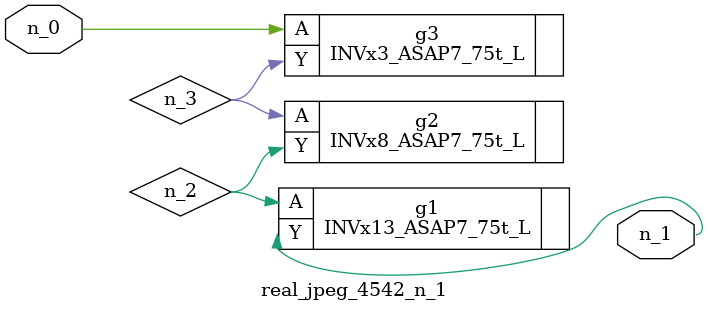
<source format=v>
module real_jpeg_4542_n_1 (n_0, n_1);

input n_0;

output n_1;

wire n_3;
wire n_2;

INVx3_ASAP7_75t_L g3 ( 
.A(n_0),
.Y(n_3)
);

INVx13_ASAP7_75t_L g1 ( 
.A(n_2),
.Y(n_1)
);

INVx8_ASAP7_75t_L g2 ( 
.A(n_3),
.Y(n_2)
);


endmodule
</source>
